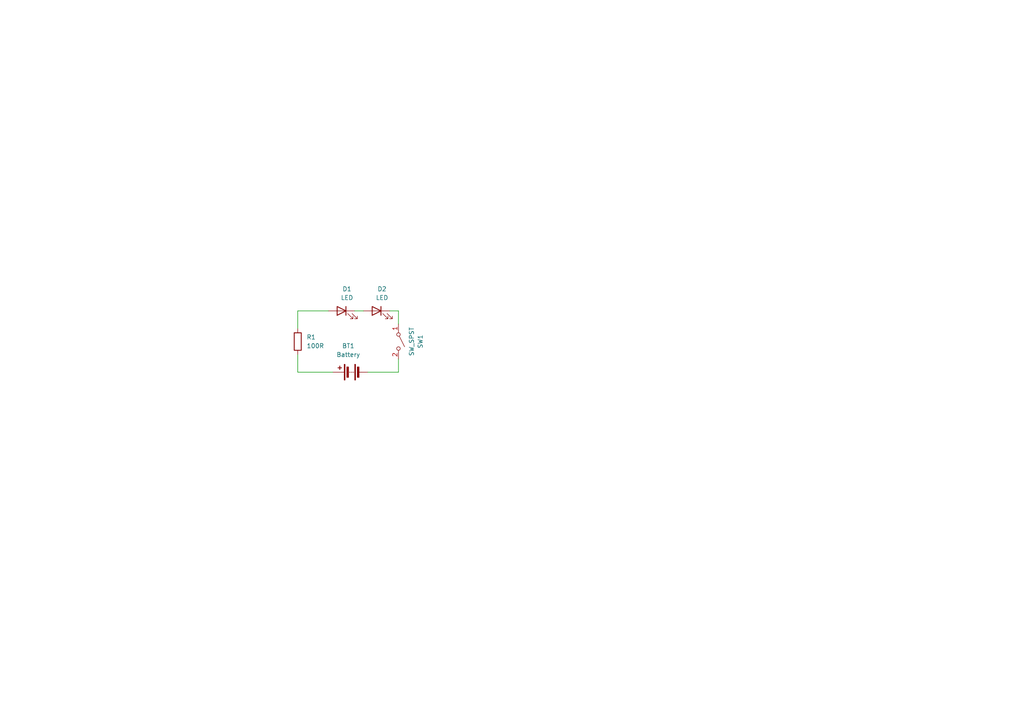
<source format=kicad_sch>
(kicad_sch (version 20231120) (generator "eeschema") (generator_version "8.0")
  (paper "A4")
  (lib_symbols
    (symbol "Device:Battery" (pin_numbers hide) (pin_names (offset 0) hide)
      (property "Reference" "BT" (at 2.54 2.54 0))
      (property "Value" "Battery" (at 2.54 0 0))
      (symbol "Battery_0_1"
        (rectangle (start -2.286 -1.27) (end 2.286 -1.524) (fill (type outline)))
        (rectangle (start -2.286 1.778) (end 2.286 1.524) (fill (type outline)))
        (rectangle (start -1.524 -2.032) (end 1.524 -2.54) (fill (type outline)))
        (rectangle (start -1.524 1.016) (end 1.524 0.508) (fill (type outline)))
        (polyline (pts (xy 0 -1.016) (xy 0 -0.762)))
        (polyline (pts (xy 0 -0.508) (xy 0 -0.254)))
        (polyline (pts (xy 0 0) (xy 0 0.254)))
        (polyline (pts (xy 0 1.778) (xy 0 2.54)))
        (polyline (pts (xy 0.762 3.048) (xy 1.778 3.048)) (stroke (width 0.254)))
        (polyline (pts (xy 1.27 3.556) (xy 1.27 2.54)) (stroke (width 0.254)))
      )
      (symbol "Battery_1_1"
        (pin passive line (at 0 5.08 270) (length 2.54) (name "+") (number "1"))
        (pin passive line (at 0 -5.08 90) (length 2.54) (name "-") (number "2"))
      )
    )
    (symbol "Device:LED" (pin_numbers hide) (pin_names (offset 1.016) hide)
      (property "Reference" "D" (at 0 2.54 0))
      (property "Value" "LED" (at 0 -2.54 0))
      (symbol "LED_0_1"
        (polyline (pts (xy -1.27 -1.27) (xy -1.27 1.27)) (stroke (width 0.254)))
        (polyline (pts (xy -1.27 0) (xy 1.27 0)))
        (polyline (pts (xy 1.27 -1.27) (xy 1.27 1.27) (xy -1.27 0) (xy 1.27 -1.27)) (stroke (width 0.254)))
        (polyline (pts (xy -3.048 -0.762) (xy -4.572 -2.286) (xy -3.81 -2.286) (xy -4.572 -2.286) (xy -4.572 -1.524)))
        (polyline (pts (xy -1.778 -0.762) (xy -3.302 -2.286) (xy -2.54 -2.286) (xy -3.302 -2.286) (xy -3.302 -1.524)))
      )
      (symbol "LED_1_1"
        (pin passive line (at -3.81 0 0) (length 2.54) (name "K") (number "1"))
        (pin passive line (at 3.81 0 180) (length 2.54) (name "A") (number "2"))
      )
    )
    (symbol "Device:R" (pin_numbers hide) (pin_names (offset 0))
      (property "Reference" "R" (at 2.032 0 90))
      (property "Value" "R" (at 0 0 90))
      (symbol "R_0_1"
        (rectangle (start -1.016 -2.54) (end 1.016 2.54) (stroke (width 0.254)))
      )
      (symbol "R_1_1"
        (pin passive line (at 0 3.81 270) (length 1.27) (name "~") (number "1"))
        (pin passive line (at 0 -3.81 90) (length 1.27) (name "~") (number "2"))
      )
    )
    (symbol "Switch:SW_SPST" (pin_names (offset 0) hide)
      (property "Reference" "SW" (at 0 3.175 0))
      (property "Value" "SW_SPST" (at 0 -2.54 0))
      (symbol "SW_SPST_0_0"
        (circle (center -2.032 0) (radius 0.508))
        (polyline (pts (xy -1.524 0.254) (xy 1.524 1.778)))
        (circle (center 2.032 0) (radius 0.508))
      )
      (symbol "SW_SPST_1_1"
        (pin passive line (at -5.08 0 0) (length 2.54) (name "A") (number "1"))
        (pin passive line (at 5.08 0 180) (length 2.54) (name "B") (number "2"))
      )
    )
  )
  (wire (pts (xy 86.36 90.17) (xy 95.25 90.17)))
  (wire (pts (xy 113.03 90.17) (xy 115.57 90.17)))
  (wire (pts (xy 102.87 90.17) (xy 105.41 90.17)))
  (wire (pts (xy 115.57 90.17) (xy 115.57 93.98)))
  (wire (pts (xy 115.57 107.95) (xy 115.57 104.14)))
  (wire (pts (xy 86.36 95.25) (xy 86.36 90.17)))
  (wire (pts (xy 106.68 107.95) (xy 115.57 107.95)))
  (wire (pts (xy 96.52 107.95) (xy 86.36 107.95)))
  (wire (pts (xy 86.36 107.95) (xy 86.36 102.87)))
  (symbol (lib_id "Device:LED") (at 109.22 90.17 0) (mirror y) (unit 1)
    (property "Reference" "D2" (at 110.8075 83.82 0))
    (property "Value" "LED" (at 110.8075 86.36 0))
    (property "Footprint" "LED_THT:LED_D1.8mm_W1.8mm_H2.4mm_Horizontal_O1.27mm_Z1.6mm" (effects (hide yes)))
    (property "Description" "Light emitting diode" (effects (hide yes)))
  )
  (symbol (lib_id "Device:Battery") (at 101.6 107.95 90) (unit 1)
    (property "Reference" "BT1" (at 101.0285 100.33 90))
    (property "Value" "Battery" (at 101.0285 102.87 90))
    (property "Footprint" "Battery:BatteryHolder_Keystone_106_1x20mm" (effects (hide yes)))
    (property "Description" "Multiple-cell battery" (effects (hide yes)))
  )
  (symbol (lib_id "Switch:SW_SPST") (at 115.57 99.06 270) (unit 1)
    (property "Reference" "SW1" (at 121.92 99.06 0))
    (property "Value" "SW_SPST" (at 119.38 99.06 0))
    (property "Footprint" "Button_Switch_SMD:SW_DIP_SPSTx01_Slide_6.7x4.1mm_W6.73mm_P2.54mm_LowProfile_JPin" (effects (hide yes)))
    (property "Description" "Single Pole Single Throw (SPST) switch" (effects (hide yes)))
  )
  (symbol (lib_id "Device:LED") (at 99.06 90.17 0) (mirror y) (unit 1)
    (property "Reference" "D1" (at 100.6475 83.82 0))
    (property "Value" "LED" (at 100.6475 86.36 0))
    (property "Footprint" "LED_THT:LED_D1.8mm_W1.8mm_H2.4mm_Horizontal_O1.27mm_Z1.6mm" (effects (hide yes)))
    (property "Description" "Light emitting diode" (effects (hide yes)))
  )
  (symbol (lib_id "Device:R") (at 86.36 99.06 0) (unit 1)
    (property "Reference" "R1" (at 88.9 97.7899 0) (effects (justify left)))
    (property "Value" "100R" (at 88.9 100.3299 0) (effects (justify left)))
    (property "Footprint" "Resistor_SMD:R_0201_0603Metric" (effects (hide yes)))
    (property "Description" "Resistor" (effects (hide yes)))
  )
)
</source>
